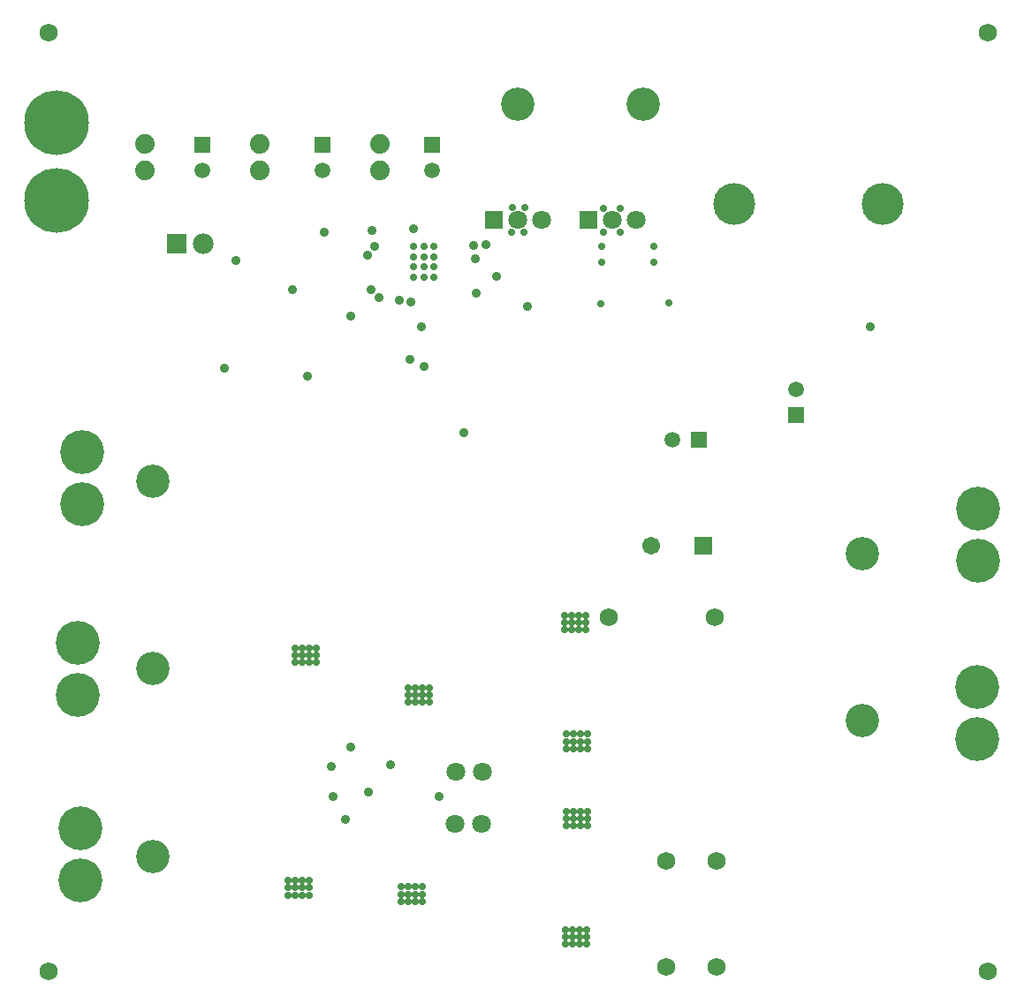
<source format=gbs>
G04 Layer_Color=8150272*
%FSLAX24Y24*%
%MOIN*%
G70*
G01*
G75*
%ADD121C,0.1261*%
%ADD122R,0.0592X0.0592*%
%ADD123C,0.0592*%
%ADD124R,0.0592X0.0592*%
%ADD125C,0.1655*%
%ADD126C,0.0680*%
%ADD127C,0.0710*%
%ADD128R,0.0780X0.0780*%
%ADD129C,0.0780*%
%ADD130R,0.0671X0.0671*%
%ADD131C,0.0671*%
%ADD132R,0.0710X0.0710*%
%ADD133C,0.1580*%
%ADD134C,0.0740*%
%ADD135C,0.2442*%
%ADD136C,0.0277*%
%ADD137C,0.0356*%
D121*
X42520Y30709D02*
D03*
X34252Y47677D02*
D03*
X29528D02*
D03*
X42520Y24409D02*
D03*
X15748Y19291D02*
D03*
Y26378D02*
D03*
Y33465D02*
D03*
D122*
X40024Y35949D02*
D03*
X17618Y46161D02*
D03*
X22146Y46161D02*
D03*
X26280Y46161D02*
D03*
D123*
X40024Y36933D02*
D03*
X35366Y35016D02*
D03*
X17618Y45177D02*
D03*
X22146Y45177D02*
D03*
X26280Y45177D02*
D03*
D124*
X36350Y35016D02*
D03*
D125*
X13091Y34547D02*
D03*
Y32579D02*
D03*
X13022Y18376D02*
D03*
Y20344D02*
D03*
X12933Y25394D02*
D03*
Y27362D02*
D03*
X46870Y30453D02*
D03*
Y32421D02*
D03*
X46860Y23730D02*
D03*
Y25699D02*
D03*
D126*
X11811Y50394D02*
D03*
Y14961D02*
D03*
X47244D02*
D03*
Y50394D02*
D03*
X36959Y28307D02*
D03*
X32959D02*
D03*
X37018Y15108D02*
D03*
Y19108D02*
D03*
X35118Y19124D02*
D03*
Y15124D02*
D03*
D127*
X28167Y20502D02*
D03*
X27167D02*
D03*
X28177Y22490D02*
D03*
X27177D02*
D03*
X33974Y43307D02*
D03*
X33073D02*
D03*
X30431D02*
D03*
X29530D02*
D03*
D128*
X16663Y42417D02*
D03*
D129*
X17663D02*
D03*
D130*
X36526Y31004D02*
D03*
D131*
X34557D02*
D03*
D132*
X32171Y43307D02*
D03*
X28628D02*
D03*
D133*
X43281Y43906D02*
D03*
X37681D02*
D03*
D134*
X15453Y46169D02*
D03*
Y45169D02*
D03*
X19783Y46169D02*
D03*
Y45169D02*
D03*
X24311Y46169D02*
D03*
Y45169D02*
D03*
D135*
X12126Y44035D02*
D03*
Y46988D02*
D03*
D136*
X32091Y27850D02*
D03*
X21650Y18378D02*
D03*
Y18102D02*
D03*
X21374Y17827D02*
D03*
Y18102D02*
D03*
Y18378D02*
D03*
X21650Y17827D02*
D03*
X21114D02*
D03*
X20839Y18378D02*
D03*
Y18102D02*
D03*
Y17827D02*
D03*
X21114Y18102D02*
D03*
Y18378D02*
D03*
X25929Y18142D02*
D03*
Y17866D02*
D03*
X25654Y17591D02*
D03*
Y17866D02*
D03*
Y18142D02*
D03*
X25929Y17591D02*
D03*
X25394D02*
D03*
X25118Y18142D02*
D03*
Y17866D02*
D03*
Y17591D02*
D03*
X25394Y17866D02*
D03*
Y18142D02*
D03*
X32126Y16531D02*
D03*
Y16256D02*
D03*
X31850Y15980D02*
D03*
Y16256D02*
D03*
Y16531D02*
D03*
X32126Y15980D02*
D03*
X31591D02*
D03*
X31315Y16531D02*
D03*
Y16256D02*
D03*
Y15980D02*
D03*
X31591Y16256D02*
D03*
Y16531D02*
D03*
X32146Y20992D02*
D03*
Y20717D02*
D03*
X31870Y20441D02*
D03*
Y20717D02*
D03*
Y20992D02*
D03*
X32146Y20441D02*
D03*
X31610D02*
D03*
X31335Y20992D02*
D03*
Y20717D02*
D03*
Y20441D02*
D03*
X31610Y20717D02*
D03*
Y20992D02*
D03*
X32146Y23902D02*
D03*
Y23626D02*
D03*
X31870Y23350D02*
D03*
Y23626D02*
D03*
Y23902D02*
D03*
X32146Y23350D02*
D03*
X31610D02*
D03*
X31335Y23902D02*
D03*
Y23626D02*
D03*
Y23350D02*
D03*
X31610Y23626D02*
D03*
Y23902D02*
D03*
X32091Y28398D02*
D03*
Y28122D02*
D03*
X31815Y27846D02*
D03*
Y28122D02*
D03*
Y28398D02*
D03*
X31555Y27846D02*
D03*
X31280Y28398D02*
D03*
Y28122D02*
D03*
Y27846D02*
D03*
X31555Y28122D02*
D03*
Y28398D02*
D03*
X26189Y25654D02*
D03*
Y25378D02*
D03*
X25913Y25102D02*
D03*
Y25378D02*
D03*
Y25654D02*
D03*
X26189Y25102D02*
D03*
X25654D02*
D03*
X25378Y25654D02*
D03*
Y25378D02*
D03*
Y25102D02*
D03*
X25654Y25378D02*
D03*
Y25654D02*
D03*
X21394Y27165D02*
D03*
Y26890D02*
D03*
X21118Y26614D02*
D03*
Y26890D02*
D03*
Y27165D02*
D03*
X21394Y26614D02*
D03*
X21929D02*
D03*
X21654Y27165D02*
D03*
Y26890D02*
D03*
Y26614D02*
D03*
X21929Y26890D02*
D03*
Y27165D02*
D03*
X25581Y42323D02*
D03*
Y41535D02*
D03*
Y41929D02*
D03*
X25974D02*
D03*
Y42323D02*
D03*
X26368D02*
D03*
X25581Y41142D02*
D03*
X26368D02*
D03*
X25974D02*
D03*
X26368Y41535D02*
D03*
X25974D02*
D03*
X26368Y41929D02*
D03*
X34646Y41732D02*
D03*
Y42323D02*
D03*
X32677D02*
D03*
Y41732D02*
D03*
X32648Y40167D02*
D03*
X35217Y40197D02*
D03*
X29778Y43799D02*
D03*
X29332D02*
D03*
X29291Y42851D02*
D03*
X29754Y42854D02*
D03*
X32756Y42864D02*
D03*
X33376Y42854D02*
D03*
Y43750D02*
D03*
X32746D02*
D03*
D137*
X27842Y42358D02*
D03*
X27910Y41860D02*
D03*
X23859Y41987D02*
D03*
X24016Y42913D02*
D03*
X23031Y20669D02*
D03*
X26565Y21565D02*
D03*
X24114Y42323D02*
D03*
X27953Y40551D02*
D03*
X25984Y37795D02*
D03*
X22480Y22700D02*
D03*
X21580Y37420D02*
D03*
X22220Y42857D02*
D03*
X25060Y40290D02*
D03*
X21030Y40680D02*
D03*
X24000D02*
D03*
X29879Y40049D02*
D03*
X28730Y41198D02*
D03*
X18900Y41800D02*
D03*
X42805Y39290D02*
D03*
X27470Y35300D02*
D03*
X24280Y40390D02*
D03*
X23228Y39680D02*
D03*
X25440Y38060D02*
D03*
X22540Y21540D02*
D03*
X23900Y21730D02*
D03*
X23219Y23420D02*
D03*
X24730Y22746D02*
D03*
X18450Y37730D02*
D03*
X25870Y39280D02*
D03*
X25490Y40220D02*
D03*
X28327Y42390D02*
D03*
X25580Y42990D02*
D03*
M02*

</source>
